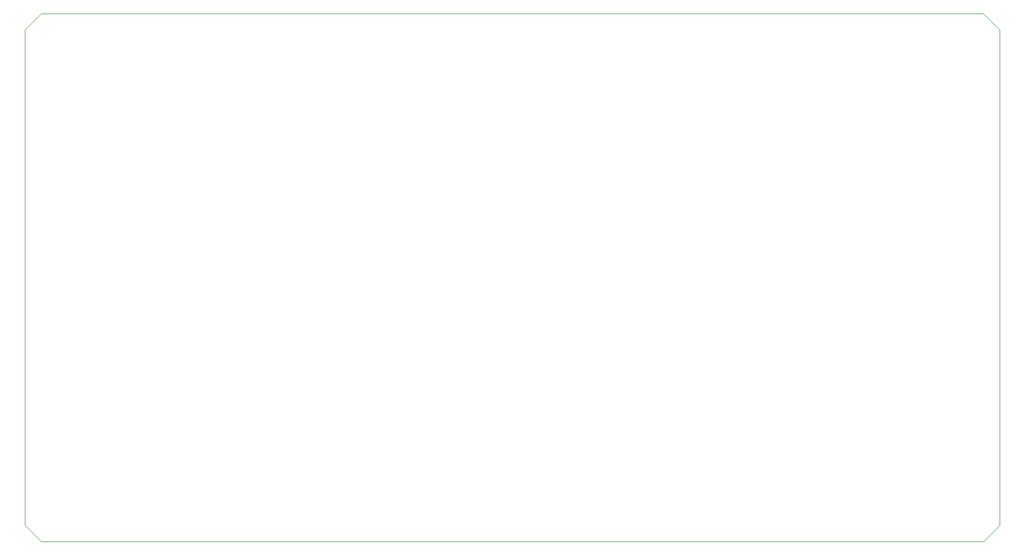
<source format=gbr>
G04 #@! TF.GenerationSoftware,KiCad,Pcbnew,(5.1.2-1)-1*
G04 #@! TF.CreationDate,2019-07-31T09:07:11+08:00*
G04 #@! TF.ProjectId,SDR_RECEIVER,5344525f-5245-4434-9549-5645522e6b69,rev?*
G04 #@! TF.SameCoordinates,Original*
G04 #@! TF.FileFunction,Profile,NP*
%FSLAX46Y46*%
G04 Gerber Fmt 4.6, Leading zero omitted, Abs format (unit mm)*
G04 Created by KiCad (PCBNEW (5.1.2-1)-1) date 2019-07-31 09:07:11*
%MOMM*%
%LPD*%
G04 APERTURE LIST*
%ADD10C,0.100000*%
G04 APERTURE END LIST*
D10*
X46990000Y-52070000D02*
X44450000Y-54610000D01*
X194310000Y-52070000D02*
X46990000Y-52070000D01*
X196850000Y-54610000D02*
X194310000Y-52070000D01*
X196850000Y-132080000D02*
X196850000Y-54610000D01*
X194310000Y-134620000D02*
X196850000Y-132080000D01*
X46990000Y-134620000D02*
X194310000Y-134620000D01*
X44450000Y-132080000D02*
X46990000Y-134620000D01*
X44450000Y-54610000D02*
X44450000Y-132080000D01*
M02*

</source>
